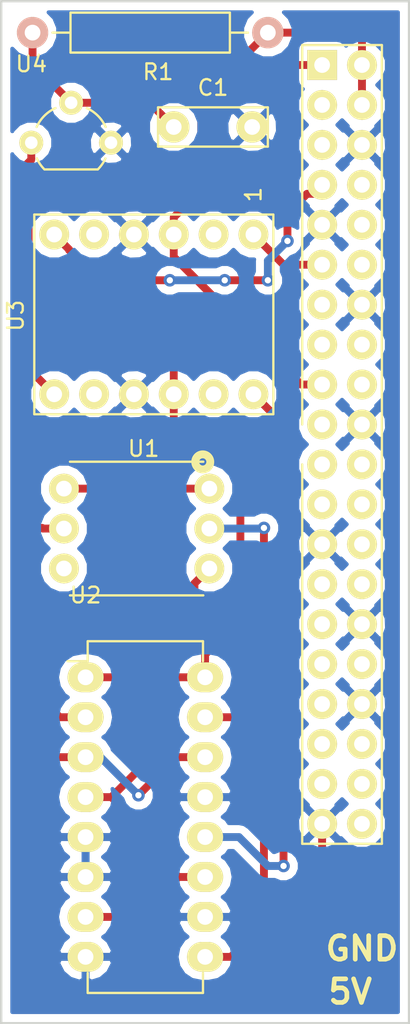
<source format=kicad_pcb>
(kicad_pcb (version 4) (host pcbnew 4.0.2-4+6225~38~ubuntu15.10.1-stable)

  (general
    (links 41)
    (no_connects 0)
    (area 240.924999 98.924999 267.075001 164.075001)
    (thickness 1.6)
    (drawings 6)
    (tracks 124)
    (zones 0)
    (modules 10)
    (nets 44)
  )

  (page A4)
  (layers
    (0 F.Cu signal)
    (31 B.Cu signal)
    (32 B.Adhes user)
    (33 F.Adhes user)
    (34 B.Paste user)
    (35 F.Paste user)
    (36 B.SilkS user)
    (37 F.SilkS user)
    (38 B.Mask user)
    (39 F.Mask user)
    (40 Dwgs.User user)
    (41 Cmts.User user)
    (42 Eco1.User user)
    (43 Eco2.User user)
    (44 Edge.Cuts user)
    (45 Margin user)
    (46 B.CrtYd user)
    (47 F.CrtYd user)
    (48 B.Fab user)
    (49 F.Fab user hide)
  )

  (setup
    (last_trace_width 0.5)
    (user_trace_width 0.2)
    (user_trace_width 0.3)
    (user_trace_width 0.5)
    (user_trace_width 0.8)
    (user_trace_width 1)
    (user_trace_width 1.5)
    (user_trace_width 2)
    (user_trace_width 3)
    (trace_clearance 0.2)
    (zone_clearance 0.508)
    (zone_45_only no)
    (trace_min 0.2)
    (segment_width 0.2)
    (edge_width 0.15)
    (via_size 0.8)
    (via_drill 0.4)
    (via_min_size 0.8)
    (via_min_drill 0.3)
    (uvia_size 0.8)
    (uvia_drill 0.4)
    (uvias_allowed no)
    (uvia_min_size 0.2)
    (uvia_min_drill 0.1)
    (pcb_text_width 0.3)
    (pcb_text_size 1.5 1.5)
    (mod_edge_width 0.15)
    (mod_text_size 1 1)
    (mod_text_width 0.15)
    (pad_size 1.524 1.524)
    (pad_drill 0.762)
    (pad_to_mask_clearance 0.2)
    (aux_axis_origin 0 0)
    (visible_elements FFFFFF7F)
    (pcbplotparams
      (layerselection 0x00030_80000001)
      (usegerberextensions false)
      (excludeedgelayer true)
      (linewidth 0.100000)
      (plotframeref false)
      (viasonmask false)
      (mode 1)
      (useauxorigin false)
      (hpglpennumber 1)
      (hpglpenspeed 20)
      (hpglpendiameter 15)
      (hpglpenoverlay 2)
      (psnegative false)
      (psa4output false)
      (plotreference true)
      (plotvalue true)
      (plotinvisibletext false)
      (padsonsilk false)
      (subtractmaskfromsilk false)
      (outputformat 1)
      (mirror false)
      (drillshape 1)
      (scaleselection 1)
      (outputdirectory ""))
  )

  (net 0 "")
  (net 1 "Net-(C1-Pad1)")
  (net 2 GND)
  (net 3 3v3)
  (net 4 5v)
  (net 5 "Net-(J1-Pad3)")
  (net 6 "Net-(J1-Pad5)")
  (net 7 /thermo_out_3v3)
  (net 8 "Net-(J1-Pad8)")
  (net 9 "Net-(J1-Pad10)")
  (net 10 /uti_out_3v3)
  (net 11 "Net-(J1-Pad12)")
  (net 12 "Net-(J1-Pad13)")
  (net 13 "Net-(J1-Pad15)")
  (net 14 "Net-(J1-Pad16)")
  (net 15 "Net-(J1-Pad18)")
  (net 16 "Net-(J1-Pad19)")
  (net 17 "Net-(J1-Pad21)")
  (net 18 "Net-(J1-Pad22)")
  (net 19 "Net-(J1-Pad23)")
  (net 20 "Net-(J1-Pad24)")
  (net 21 "Net-(J1-Pad26)")
  (net 22 "Net-(J1-Pad27)")
  (net 23 "Net-(J1-Pad28)")
  (net 24 "Net-(J1-Pad29)")
  (net 25 "Net-(J1-Pad31)")
  (net 26 "Net-(J1-Pad32)")
  (net 27 "Net-(J1-Pad33)")
  (net 28 "Net-(J1-Pad35)")
  (net 29 "Net-(J1-Pad36)")
  (net 30 "Net-(J1-Pad37)")
  (net 31 "Net-(J1-Pad38)")
  (net 32 "Net-(J1-Pad40)")
  (net 33 /-Vout_bridge)
  (net 34 /+Vs_bridge)
  (net 35 /+Vout_bridge)
  (net 36 "Net-(U1-Pad4)")
  (net 37 /gnd_bridge)
  (net 38 /uti_out_5v)
  (net 39 "Net-(U3-Pad2)")
  (net 40 "Net-(U3-Pad5)")
  (net 41 /thermo_out_5v)
  (net 42 "Net-(U3-Pad8)")
  (net 43 "Net-(U3-Pad11)")

  (net_class Default "This is the default net class."
    (clearance 0.2)
    (trace_width 0.2)
    (via_dia 0.8)
    (via_drill 0.4)
    (uvia_dia 0.8)
    (uvia_drill 0.4)
    (add_net /thermo_out_3v3)
    (add_net /thermo_out_5v)
    (add_net /uti_out_3v3)
    (add_net /uti_out_5v)
    (add_net "Net-(C1-Pad1)")
    (add_net "Net-(J1-Pad10)")
    (add_net "Net-(J1-Pad12)")
    (add_net "Net-(J1-Pad13)")
    (add_net "Net-(J1-Pad15)")
    (add_net "Net-(J1-Pad16)")
    (add_net "Net-(J1-Pad18)")
    (add_net "Net-(J1-Pad19)")
    (add_net "Net-(J1-Pad21)")
    (add_net "Net-(J1-Pad22)")
    (add_net "Net-(J1-Pad23)")
    (add_net "Net-(J1-Pad24)")
    (add_net "Net-(J1-Pad26)")
    (add_net "Net-(J1-Pad27)")
    (add_net "Net-(J1-Pad28)")
    (add_net "Net-(J1-Pad29)")
    (add_net "Net-(J1-Pad3)")
    (add_net "Net-(J1-Pad31)")
    (add_net "Net-(J1-Pad32)")
    (add_net "Net-(J1-Pad33)")
    (add_net "Net-(J1-Pad35)")
    (add_net "Net-(J1-Pad36)")
    (add_net "Net-(J1-Pad37)")
    (add_net "Net-(J1-Pad38)")
    (add_net "Net-(J1-Pad40)")
    (add_net "Net-(J1-Pad5)")
    (add_net "Net-(J1-Pad8)")
    (add_net "Net-(U1-Pad4)")
    (add_net "Net-(U3-Pad11)")
    (add_net "Net-(U3-Pad2)")
    (add_net "Net-(U3-Pad5)")
    (add_net "Net-(U3-Pad8)")
  )

  (net_class Power ""
    (clearance 0.2)
    (trace_width 0.5)
    (via_dia 0.8)
    (via_drill 0.4)
    (uvia_dia 0.8)
    (uvia_drill 0.4)
    (add_net /+Vout_bridge)
    (add_net /+Vs_bridge)
    (add_net /-Vout_bridge)
    (add_net /gnd_bridge)
    (add_net 3v3)
    (add_net 5v)
    (add_net GND)
  )

  (module Sensors:rectangular_capacitor_5mm_pitch (layer F.Cu) (tedit 57079DED) (tstamp 5707A1AB)
    (at 252 107)
    (descr "Film Capacitor Length 7mm x Width 2.5mm, Pitch 5mm")
    (tags Capacitor)
    (path /56F974CE)
    (fp_text reference C1 (at 2.5 -2.5) (layer F.SilkS)
      (effects (font (size 1 1) (thickness 0.15)))
    )
    (fp_text value 100nF (at 2.5 2.5) (layer F.Fab)
      (effects (font (size 1 1) (thickness 0.15)))
    )
    (fp_line (start -1.25 -1.5) (end 6.25 -1.5) (layer F.CrtYd) (width 0.05))
    (fp_line (start 6.25 -1.5) (end 6.25 1.5) (layer F.CrtYd) (width 0.05))
    (fp_line (start 6.25 1.5) (end -1.25 1.5) (layer F.CrtYd) (width 0.05))
    (fp_line (start -1.25 1.5) (end -1.25 -1.5) (layer F.CrtYd) (width 0.05))
    (fp_line (start -1 -1.25) (end 6 -1.25) (layer F.SilkS) (width 0.15))
    (fp_line (start 6 -1.25) (end 6 1.25) (layer F.SilkS) (width 0.15))
    (fp_line (start 6 1.25) (end -1 1.25) (layer F.SilkS) (width 0.15))
    (fp_line (start -1 1.25) (end -1 -1.25) (layer F.SilkS) (width 0.15))
    (pad 1 thru_hole circle (at 0 0) (size 2 2) (drill 1) (layers *.Cu *.Mask F.SilkS)
      (net 1 "Net-(C1-Pad1)"))
    (pad 2 thru_hole circle (at 5 0) (size 2 2) (drill 1) (layers *.Cu *.Mask F.SilkS)
      (net 2 GND))
  )

  (module agg:DIL-254P-40 (layer F.Cu) (tedit 56C3F8AB) (tstamp 5707A1E4)
    (at 262.73 127.19 270)
    (path /56F6F432)
    (fp_text reference J1 (at 0 -3.49 270) (layer F.Fab)
      (effects (font (size 1 1) (thickness 0.15)))
    )
    (fp_text value CONN_02x20 (at 0 3.49 270) (layer F.Fab)
      (effects (font (size 1 1) (thickness 0.15)))
    )
    (fp_line (start -25.4 -2.54) (end 25.4 -2.54) (layer F.Fab) (width 0.01))
    (fp_line (start 25.4 -2.54) (end 25.4 2.54) (layer F.Fab) (width 0.01))
    (fp_line (start 25.4 2.54) (end -25.4 2.54) (layer F.Fab) (width 0.01))
    (fp_line (start -25.4 2.54) (end -25.4 -2.54) (layer F.Fab) (width 0.01))
    (fp_line (start -25.4 -2.54) (end 25.4 -2.54) (layer F.SilkS) (width 0.15))
    (fp_line (start 25.4 -2.54) (end 25.4 2.54) (layer F.SilkS) (width 0.15))
    (fp_line (start 25.4 2.54) (end 1.27 2.54) (layer F.SilkS) (width 0.15))
    (fp_line (start -1.27 2.54) (end -25.4 2.54) (layer F.SilkS) (width 0.15))
    (fp_line (start -25.4 2.54) (end -25.4 -2.54) (layer F.SilkS) (width 0.15))
    (fp_line (start -25.65 -2.8) (end 25.65 -2.8) (layer F.CrtYd) (width 0.01))
    (fp_line (start 25.65 -2.8) (end 25.65 2.8) (layer F.CrtYd) (width 0.01))
    (fp_line (start 25.65 2.8) (end -25.65 2.8) (layer F.CrtYd) (width 0.01))
    (fp_line (start -25.65 2.8) (end -25.65 -2.8) (layer F.CrtYd) (width 0.01))
    (pad 1 thru_hole rect (at -24.13 1.27 270) (size 1.9 1.9) (drill 1) (layers *.Cu *.Mask F.SilkS)
      (net 3 3v3))
    (pad 2 thru_hole circle (at -24.13 -1.27 270) (size 1.9 1.9) (drill 1) (layers *.Cu *.Mask F.SilkS)
      (net 4 5v))
    (pad 3 thru_hole circle (at -21.59 1.27 270) (size 1.9 1.9) (drill 1) (layers *.Cu *.Mask F.SilkS)
      (net 5 "Net-(J1-Pad3)"))
    (pad 4 thru_hole circle (at -21.59 -1.27 270) (size 1.9 1.9) (drill 1) (layers *.Cu *.Mask F.SilkS)
      (net 4 5v))
    (pad 5 thru_hole circle (at -19.05 1.27 270) (size 1.9 1.9) (drill 1) (layers *.Cu *.Mask F.SilkS)
      (net 6 "Net-(J1-Pad5)"))
    (pad 6 thru_hole circle (at -19.05 -1.27 270) (size 1.9 1.9) (drill 1) (layers *.Cu *.Mask F.SilkS)
      (net 2 GND))
    (pad 7 thru_hole circle (at -16.51 1.27 270) (size 1.9 1.9) (drill 1) (layers *.Cu *.Mask F.SilkS)
      (net 7 /thermo_out_3v3))
    (pad 8 thru_hole circle (at -16.51 -1.27 270) (size 1.9 1.9) (drill 1) (layers *.Cu *.Mask F.SilkS)
      (net 8 "Net-(J1-Pad8)"))
    (pad 9 thru_hole circle (at -13.97 1.27 270) (size 1.9 1.9) (drill 1) (layers *.Cu *.Mask F.SilkS)
      (net 2 GND))
    (pad 10 thru_hole circle (at -13.97 -1.27 270) (size 1.9 1.9) (drill 1) (layers *.Cu *.Mask F.SilkS)
      (net 9 "Net-(J1-Pad10)"))
    (pad 11 thru_hole circle (at -11.43 1.27 270) (size 1.9 1.9) (drill 1) (layers *.Cu *.Mask F.SilkS)
      (net 10 /uti_out_3v3))
    (pad 12 thru_hole circle (at -11.43 -1.27 270) (size 1.9 1.9) (drill 1) (layers *.Cu *.Mask F.SilkS)
      (net 11 "Net-(J1-Pad12)"))
    (pad 13 thru_hole circle (at -8.89 1.27 270) (size 1.9 1.9) (drill 1) (layers *.Cu *.Mask F.SilkS)
      (net 12 "Net-(J1-Pad13)"))
    (pad 14 thru_hole circle (at -8.89 -1.27 270) (size 1.9 1.9) (drill 1) (layers *.Cu *.Mask F.SilkS)
      (net 2 GND))
    (pad 15 thru_hole circle (at -6.35 1.27 270) (size 1.9 1.9) (drill 1) (layers *.Cu *.Mask F.SilkS)
      (net 13 "Net-(J1-Pad15)"))
    (pad 16 thru_hole circle (at -6.35 -1.27 270) (size 1.9 1.9) (drill 1) (layers *.Cu *.Mask F.SilkS)
      (net 14 "Net-(J1-Pad16)"))
    (pad 17 thru_hole circle (at -3.81 1.27 270) (size 1.9 1.9) (drill 1) (layers *.Cu *.Mask F.SilkS)
      (net 3 3v3))
    (pad 18 thru_hole circle (at -3.81 -1.27 270) (size 1.9 1.9) (drill 1) (layers *.Cu *.Mask F.SilkS)
      (net 15 "Net-(J1-Pad18)"))
    (pad 19 thru_hole circle (at -1.27 1.27 270) (size 1.9 1.9) (drill 1) (layers *.Cu *.Mask F.SilkS)
      (net 16 "Net-(J1-Pad19)"))
    (pad 20 thru_hole circle (at -1.27 -1.27 270) (size 1.9 1.9) (drill 1) (layers *.Cu *.Mask F.SilkS)
      (net 2 GND))
    (pad 21 thru_hole circle (at 1.27 1.27 270) (size 1.9 1.9) (drill 1) (layers *.Cu *.Mask F.SilkS)
      (net 17 "Net-(J1-Pad21)"))
    (pad 22 thru_hole circle (at 1.27 -1.27 270) (size 1.9 1.9) (drill 1) (layers *.Cu *.Mask F.SilkS)
      (net 18 "Net-(J1-Pad22)"))
    (pad 23 thru_hole circle (at 3.81 1.27 270) (size 1.9 1.9) (drill 1) (layers *.Cu *.Mask F.SilkS)
      (net 19 "Net-(J1-Pad23)"))
    (pad 24 thru_hole circle (at 3.81 -1.27 270) (size 1.9 1.9) (drill 1) (layers *.Cu *.Mask F.SilkS)
      (net 20 "Net-(J1-Pad24)"))
    (pad 25 thru_hole circle (at 6.35 1.27 270) (size 1.9 1.9) (drill 1) (layers *.Cu *.Mask F.SilkS)
      (net 2 GND))
    (pad 26 thru_hole circle (at 6.35 -1.27 270) (size 1.9 1.9) (drill 1) (layers *.Cu *.Mask F.SilkS)
      (net 21 "Net-(J1-Pad26)"))
    (pad 27 thru_hole circle (at 8.89 1.27 270) (size 1.9 1.9) (drill 1) (layers *.Cu *.Mask F.SilkS)
      (net 22 "Net-(J1-Pad27)"))
    (pad 28 thru_hole circle (at 8.89 -1.27 270) (size 1.9 1.9) (drill 1) (layers *.Cu *.Mask F.SilkS)
      (net 23 "Net-(J1-Pad28)"))
    (pad 29 thru_hole circle (at 11.43 1.27 270) (size 1.9 1.9) (drill 1) (layers *.Cu *.Mask F.SilkS)
      (net 24 "Net-(J1-Pad29)"))
    (pad 30 thru_hole circle (at 11.43 -1.27 270) (size 1.9 1.9) (drill 1) (layers *.Cu *.Mask F.SilkS)
      (net 2 GND))
    (pad 31 thru_hole circle (at 13.97 1.27 270) (size 1.9 1.9) (drill 1) (layers *.Cu *.Mask F.SilkS)
      (net 25 "Net-(J1-Pad31)"))
    (pad 32 thru_hole circle (at 13.97 -1.27 270) (size 1.9 1.9) (drill 1) (layers *.Cu *.Mask F.SilkS)
      (net 26 "Net-(J1-Pad32)"))
    (pad 33 thru_hole circle (at 16.51 1.27 270) (size 1.9 1.9) (drill 1) (layers *.Cu *.Mask F.SilkS)
      (net 27 "Net-(J1-Pad33)"))
    (pad 34 thru_hole circle (at 16.51 -1.27 270) (size 1.9 1.9) (drill 1) (layers *.Cu *.Mask F.SilkS)
      (net 2 GND))
    (pad 35 thru_hole circle (at 19.05 1.27 270) (size 1.9 1.9) (drill 1) (layers *.Cu *.Mask F.SilkS)
      (net 28 "Net-(J1-Pad35)"))
    (pad 36 thru_hole circle (at 19.05 -1.27 270) (size 1.9 1.9) (drill 1) (layers *.Cu *.Mask F.SilkS)
      (net 29 "Net-(J1-Pad36)"))
    (pad 37 thru_hole circle (at 21.59 1.27 270) (size 1.9 1.9) (drill 1) (layers *.Cu *.Mask F.SilkS)
      (net 30 "Net-(J1-Pad37)"))
    (pad 38 thru_hole circle (at 21.59 -1.27 270) (size 1.9 1.9) (drill 1) (layers *.Cu *.Mask F.SilkS)
      (net 31 "Net-(J1-Pad38)"))
    (pad 39 thru_hole circle (at 24.13 1.27 270) (size 1.9 1.9) (drill 1) (layers *.Cu *.Mask F.SilkS)
      (net 2 GND))
    (pad 40 thru_hole circle (at 24.13 -1.27 270) (size 1.9 1.9) (drill 1) (layers *.Cu *.Mask F.SilkS)
      (net 32 "Net-(J1-Pad40)"))
  )

  (module Resistors_ThroughHole:Resistor_Horizontal_RM15mm (layer F.Cu) (tedit 569FCEE8) (tstamp 5707A1F4)
    (at 243 101)
    (descr "Resistor, Axial, RM 15mm,")
    (tags "Resistor Axial RM 15mm")
    (path /56F97419)
    (fp_text reference R1 (at 8 2.5) (layer F.SilkS)
      (effects (font (size 1 1) (thickness 0.15)))
    )
    (fp_text value 220 (at 7.5 4.0005) (layer F.Fab)
      (effects (font (size 1 1) (thickness 0.15)))
    )
    (fp_line (start -1.25 1.5) (end -1.25 -1.5) (layer F.CrtYd) (width 0.05))
    (fp_line (start -1.25 -1.5) (end 16.25 -1.5) (layer F.CrtYd) (width 0.05))
    (fp_line (start 16.25 -1.5) (end 16.25 1.5) (layer F.CrtYd) (width 0.05))
    (fp_line (start 16.25 1.5) (end -1.25 1.5) (layer F.CrtYd) (width 0.05))
    (fp_line (start 2.42 -1.27) (end 2.42 1.27) (layer F.SilkS) (width 0.15))
    (fp_line (start 2.42 1.27) (end 12.58 1.27) (layer F.SilkS) (width 0.15))
    (fp_line (start 12.58 1.27) (end 12.58 -1.27) (layer F.SilkS) (width 0.15))
    (fp_line (start 12.58 -1.27) (end 2.42 -1.27) (layer F.SilkS) (width 0.15))
    (fp_line (start 13.73 0) (end 12.58 0) (layer F.SilkS) (width 0.15))
    (fp_line (start 1.27 0) (end 2.42 0) (layer F.SilkS) (width 0.15))
    (pad 1 thru_hole circle (at 0 0) (size 1.99898 1.99898) (drill 1.00076) (layers *.Cu *.SilkS *.Mask)
      (net 1 "Net-(C1-Pad1)"))
    (pad 2 thru_hole circle (at 15 0) (size 1.99898 1.99898) (drill 1.00076) (layers *.Cu *.SilkS *.Mask)
      (net 4 5v))
    (model Resistors_ThroughHole.3dshapes/Resistor_Horizontal_RM15mm.wrl
      (at (xyz 0.295 0 0))
      (scale (xyz 0.395 0.4 0.4))
      (rotate (xyz 0 0 0))
    )
  )

  (module Sensors:MSP40_GDF (layer F.Cu) (tedit 56FC47D1) (tstamp 5707A21E)
    (at 245 130)
    (path /56F6F3A1)
    (fp_text reference U1 (at 5.08 -2.54) (layer F.SilkS)
      (effects (font (size 1 1) (thickness 0.15)))
    )
    (fp_text value MSP40_GDF (at 5.08 7.62) (layer F.Fab)
      (effects (font (size 1 1) (thickness 0.15)))
    )
    (fp_circle (center 8.85 -1.7) (end 9.075 -1.65) (layer F.SilkS) (width 0.5))
    (fp_line (start 0.385 -1.71) (end 8.885 -1.71) (layer F.SilkS) (width 0.15))
    (fp_line (start 0.385 6.79) (end 0.385 -1.71) (layer F.Fab) (width 0.15))
    (fp_line (start 8.885 6.79) (end 8.885 -1.71) (layer F.Fab) (width 0.15))
    (fp_line (start 0.385 6.79) (end 8.885 6.79) (layer F.SilkS) (width 0.15))
    (pad 1 thru_hole circle (at 9.27 0) (size 1.9 1.9) (drill 1) (layers *.Cu *.Mask F.SilkS)
      (net 33 /-Vout_bridge))
    (pad 2 thru_hole circle (at 9.27 2.54) (size 1.9 1.9) (drill 1) (layers *.Cu *.Mask F.SilkS)
      (net 34 /+Vs_bridge))
    (pad 3 thru_hole circle (at 9.27 5.08) (size 1.9 1.9) (drill 1) (layers *.Cu *.Mask F.SilkS)
      (net 35 /+Vout_bridge))
    (pad 4 thru_hole circle (at 0 5.08) (size 1.9 1.9) (drill 1) (layers *.Cu *.Mask F.SilkS)
      (net 36 "Net-(U1-Pad4)"))
    (pad 5 thru_hole circle (at 0 2.54) (size 1.9 1.9) (drill 1) (layers *.Cu *.Mask F.SilkS)
      (net 37 /gnd_bridge))
    (pad 6 thru_hole circle (at 0 0) (size 1.9 1.9) (drill 1) (layers *.Cu *.Mask F.SilkS)
      (net 33 /-Vout_bridge))
  )

  (module Sensors:DIP-16_W7.62mm_LongPads (layer F.Cu) (tedit 56FC4C6B) (tstamp 5707A23D)
    (at 246.38 142)
    (descr "16-lead dip package, row spacing 7.62 mm (300 mils), longer pads")
    (tags "dil dip 2.54 300")
    (path /56F70350)
    (fp_text reference U2 (at 0 -5.22) (layer F.SilkS)
      (effects (font (size 1 1) (thickness 0.15)))
    )
    (fp_text value smartec_UTI (at 0 -3.72) (layer F.Fab)
      (effects (font (size 1 1) (thickness 0.15)))
    )
    (fp_line (start -1.4 -2.45) (end -1.4 20.25) (layer F.CrtYd) (width 0.05))
    (fp_line (start 9 -2.45) (end 9 20.25) (layer F.CrtYd) (width 0.05))
    (fp_line (start -1.4 -2.45) (end 9 -2.45) (layer F.CrtYd) (width 0.05))
    (fp_line (start -1.4 20.25) (end 9 20.25) (layer F.CrtYd) (width 0.05))
    (fp_line (start 0.135 -2.295) (end 0.135 -1.025) (layer F.SilkS) (width 0.15))
    (fp_line (start 7.485 -2.295) (end 7.485 -1.025) (layer F.SilkS) (width 0.15))
    (fp_line (start 7.485 20.075) (end 7.485 18.805) (layer F.SilkS) (width 0.15))
    (fp_line (start 0.135 20.075) (end 0.135 18.805) (layer F.SilkS) (width 0.15))
    (fp_line (start 0.135 -2.295) (end 7.485 -2.295) (layer F.SilkS) (width 0.15))
    (fp_line (start 0.135 20.075) (end 7.485 20.075) (layer F.SilkS) (width 0.15))
    (fp_line (start 0.135 -1.025) (end -1.15 -1.025) (layer F.SilkS) (width 0.15))
    (pad 1 thru_hole oval (at 0 0) (size 2.3 1.9) (drill 1) (layers *.Cu *.Mask F.SilkS)
      (net 35 /+Vout_bridge))
    (pad 2 thru_hole oval (at 0 2.54) (size 2.3 1.9) (drill 1) (layers *.Cu *.Mask F.SilkS)
      (net 33 /-Vout_bridge))
    (pad 3 thru_hole oval (at 0 5.08) (size 2.3 1.9) (drill 1) (layers *.Cu *.Mask F.SilkS)
      (net 37 /gnd_bridge))
    (pad 4 thru_hole oval (at 0 7.62) (size 2.3 1.9) (drill 1) (layers *.Cu *.Mask F.SilkS)
      (net 4 5v))
    (pad 5 thru_hole oval (at 0 10.16) (size 2.3 1.9) (drill 1) (layers *.Cu *.Mask F.SilkS)
      (net 2 GND))
    (pad 6 thru_hole oval (at 0 12.7) (size 2.3 1.9) (drill 1) (layers *.Cu *.Mask F.SilkS)
      (net 2 GND))
    (pad 7 thru_hole oval (at 0 15.24) (size 2.3 1.9) (drill 1) (layers *.Cu *.Mask F.SilkS)
      (net 4 5v))
    (pad 8 thru_hole oval (at 0 17.78) (size 2.3 1.9) (drill 1) (layers *.Cu *.Mask F.SilkS)
      (net 2 GND))
    (pad 9 thru_hole oval (at 7.62 17.78) (size 2.3 1.9) (drill 1) (layers *.Cu *.Mask F.SilkS)
      (net 34 /+Vs_bridge))
    (pad 10 thru_hole oval (at 7.62 15.24) (size 2.3 1.9) (drill 1) (layers *.Cu *.Mask F.SilkS)
      (net 2 GND))
    (pad 11 thru_hole oval (at 7.62 12.7) (size 2.3 1.9) (drill 1) (layers *.Cu *.Mask F.SilkS)
      (net 4 5v))
    (pad 12 thru_hole oval (at 7.62 10.16) (size 2.3 1.9) (drill 1) (layers *.Cu *.Mask F.SilkS)
      (net 38 /uti_out_5v))
    (pad 13 thru_hole oval (at 7.62 7.62) (size 2.3 1.9) (drill 1) (layers *.Cu *.Mask F.SilkS)
      (net 2 GND))
    (pad 14 thru_hole oval (at 7.62 5.08) (size 2.3 1.9) (drill 1) (layers *.Cu *.Mask F.SilkS)
      (net 37 /gnd_bridge))
    (pad 15 thru_hole oval (at 7.62 2.54) (size 2.3 1.9) (drill 1) (layers *.Cu *.Mask F.SilkS)
      (net 34 /+Vs_bridge))
    (pad 16 thru_hole oval (at 7.62 0) (size 2.3 1.9) (drill 1) (layers *.Cu *.Mask F.SilkS)
      (net 4 5v))
    (model Housings_DIP.3dshapes/DIP-16_W7.62mm_LongPads.wrl
      (at (xyz 0 0 0))
      (scale (xyz 1 1 1))
      (rotate (xyz 0 0 0))
    )
  )

  (module Sensors:Level_converter (layer F.Cu) (tedit 56FC4AD0) (tstamp 5707A252)
    (at 257.08 113.84 270)
    (path /56FC3C9A)
    (fp_text reference U3 (at 5.16 15.16 450) (layer F.SilkS)
      (effects (font (size 1 1) (thickness 0.15)))
    )
    (fp_text value level_converter (at 5.08 14.859 270) (layer F.Fab)
      (effects (font (size 1 1) (thickness 0.15)))
    )
    (fp_text user 1 (at -2.54 0 270) (layer F.SilkS)
      (effects (font (size 1 1) (thickness 0.15)))
    )
    (fp_line (start 11.43 -1.27) (end -1.27 -1.27) (layer F.SilkS) (width 0.15))
    (fp_line (start 11.43 13.97) (end 11.43 -1.27) (layer F.SilkS) (width 0.15))
    (fp_line (start -1.27 13.97) (end 11.43 13.97) (layer F.SilkS) (width 0.15))
    (fp_line (start -1.27 -1.27) (end -1.27 13.97) (layer F.SilkS) (width 0.15))
    (pad 1 thru_hole circle (at 0 0 270) (size 1.9 1.9) (drill 1) (layers *.Cu *.Mask F.SilkS)
      (net 10 /uti_out_3v3))
    (pad 2 thru_hole circle (at 0 2.54 270) (size 1.9 1.9) (drill 1) (layers *.Cu *.Mask F.SilkS)
      (net 39 "Net-(U3-Pad2)"))
    (pad 3 thru_hole circle (at 0 5.08 270) (size 1.9 1.9) (drill 1) (layers *.Cu *.Mask F.SilkS)
      (net 3 3v3))
    (pad 4 thru_hole circle (at 0 7.62 270) (size 1.9 1.9) (drill 1) (layers *.Cu *.Mask F.SilkS)
      (net 2 GND))
    (pad 5 thru_hole circle (at 0 10.16 270) (size 1.9 1.9) (drill 1) (layers *.Cu *.Mask F.SilkS)
      (net 40 "Net-(U3-Pad5)"))
    (pad 6 thru_hole circle (at 0 12.7 270) (size 1.9 1.9) (drill 1) (layers *.Cu *.Mask F.SilkS)
      (net 7 /thermo_out_3v3))
    (pad 7 thru_hole circle (at 10.16 12.7 270) (size 1.9 1.9) (drill 1) (layers *.Cu *.Mask F.SilkS)
      (net 41 /thermo_out_5v))
    (pad 8 thru_hole circle (at 10.16 10.16 270) (size 1.9 1.9) (drill 1) (layers *.Cu *.Mask F.SilkS)
      (net 42 "Net-(U3-Pad8)"))
    (pad 9 thru_hole circle (at 10.16 7.62 270) (size 1.9 1.9) (drill 1) (layers *.Cu *.Mask F.SilkS)
      (net 2 GND))
    (pad 10 thru_hole circle (at 10.16 5.08 270) (size 1.9 1.9) (drill 1) (layers *.Cu *.Mask F.SilkS)
      (net 4 5v))
    (pad 11 thru_hole circle (at 10.16 2.54 270) (size 1.9 1.9) (drill 1) (layers *.Cu *.Mask F.SilkS)
      (net 43 "Net-(U3-Pad11)"))
    (pad 12 thru_hole circle (at 10.16 0 270) (size 1.9 1.9) (drill 1) (layers *.Cu *.Mask F.SilkS)
      (net 38 /uti_out_5v))
  )

  (module TO_SOT_Packages_THT:TO-92_Molded_Wide (layer F.Cu) (tedit 54F243CD) (tstamp 5707A262)
    (at 242.92 108)
    (descr "TO-92 leads molded, wide, drill 0.8mm (see NXP sot054_po.pdf)")
    (tags "to-92 sc-43 sc-43a sot54 PA33 transistor")
    (path /56F705BB)
    (fp_text reference U4 (at 0 -5 180) (layer F.SilkS)
      (effects (font (size 1 1) (thickness 0.15)))
    )
    (fp_text value SMT16030 (at 0 3) (layer F.Fab)
      (effects (font (size 1 1) (thickness 0.15)))
    )
    (fp_arc (start 2.54 0) (end 0.34 -1) (angle 41.11209044) (layer F.SilkS) (width 0.15))
    (fp_arc (start 2.54 0) (end 4.74 -1) (angle -41.11210221) (layer F.SilkS) (width 0.15))
    (fp_arc (start 2.54 0) (end 0.84 1.7) (angle 20.5) (layer F.SilkS) (width 0.15))
    (fp_arc (start 2.54 0) (end 4.24 1.7) (angle -20.5) (layer F.SilkS) (width 0.15))
    (fp_line (start -1 1.95) (end -1 -3.55) (layer F.CrtYd) (width 0.05))
    (fp_line (start -1 1.95) (end 6.1 1.95) (layer F.CrtYd) (width 0.05))
    (fp_line (start 0.84 1.7) (end 4.24 1.7) (layer F.SilkS) (width 0.15))
    (fp_line (start -1 -3.55) (end 6.1 -3.55) (layer F.CrtYd) (width 0.05))
    (fp_line (start 6.1 1.95) (end 6.1 -3.55) (layer F.CrtYd) (width 0.05))
    (pad 2 thru_hole circle (at 2.54 -2.54 90) (size 1.524 1.524) (drill 0.8) (layers *.Cu *.Mask F.SilkS)
      (net 1 "Net-(C1-Pad1)"))
    (pad 3 thru_hole circle (at 5.08 0 90) (size 1.524 1.524) (drill 0.8) (layers *.Cu *.Mask F.SilkS)
      (net 2 GND))
    (pad 1 thru_hole circle (at 0 0 90) (size 1.524 1.524) (drill 0.8) (layers *.Cu *.Mask F.SilkS)
      (net 41 /thermo_out_5v))
    (model TO_SOT_Packages_THT.3dshapes/TO-92_Molded_Wide.wrl
      (at (xyz 0.1 0 0))
      (scale (xyz 1 1 1))
      (rotate (xyz 0 0 -90))
    )
  )

  (module Sensors:TESTPAD_3mm (layer F.Cu) (tedit 5707BCF1) (tstamp 57080089)
    (at 254.5 110.5)
    (path /56F6F5B5)
    (fp_text reference TP1 (at 0 -2.54) (layer F.Fab) hide
      (effects (font (size 1 1) (thickness 0.15)))
    )
    (fp_text value TESTPAD (at 0 2.54) (layer F.Fab) hide
      (effects (font (size 1 1) (thickness 0.15)))
    )
    (fp_line (start -0.75 0.75) (end 0.75 0.75) (layer F.CrtYd) (width 0.01))
    (fp_line (start -0.75 -0.75) (end -0.75 0.75) (layer F.CrtYd) (width 0.01))
    (fp_line (start 0.75 -0.75) (end -0.75 -0.75) (layer F.CrtYd) (width 0.01))
    (fp_line (start 0.75 0.75) (end 0.75 -0.75) (layer F.CrtYd) (width 0.01))
    (pad 1 smd circle (at 0 0) (size 3 3) (layers F.Cu F.Mask)
      (net 3 3v3))
  )

  (module Sensors:TESTPAD_3mm (layer F.Cu) (tedit 5707BCF1) (tstamp 57080091)
    (at 260 160.75)
    (path /56F6FD17)
    (fp_text reference TP2 (at 0 -2.54) (layer F.Fab) hide
      (effects (font (size 1 1) (thickness 0.15)))
    )
    (fp_text value TESTPAD (at 0 2.54) (layer F.Fab) hide
      (effects (font (size 1 1) (thickness 0.15)))
    )
    (fp_line (start -0.75 0.75) (end 0.75 0.75) (layer F.CrtYd) (width 0.01))
    (fp_line (start -0.75 -0.75) (end -0.75 0.75) (layer F.CrtYd) (width 0.01))
    (fp_line (start 0.75 -0.75) (end -0.75 -0.75) (layer F.CrtYd) (width 0.01))
    (fp_line (start 0.75 0.75) (end 0.75 -0.75) (layer F.CrtYd) (width 0.01))
    (pad 1 smd circle (at 0 0) (size 3 3) (layers F.Cu F.Mask)
      (net 4 5v))
  )

  (module Sensors:TESTPAD_3mm (layer F.Cu) (tedit 5707BCF1) (tstamp 57080099)
    (at 263.75 156.25)
    (path /56F6FDB5)
    (fp_text reference TP3 (at 0 -2.54) (layer F.Fab) hide
      (effects (font (size 1 1) (thickness 0.15)))
    )
    (fp_text value TESTPAD (at 0 2.54) (layer F.Fab) hide
      (effects (font (size 1 1) (thickness 0.15)))
    )
    (fp_line (start -0.75 0.75) (end 0.75 0.75) (layer F.CrtYd) (width 0.01))
    (fp_line (start -0.75 -0.75) (end -0.75 0.75) (layer F.CrtYd) (width 0.01))
    (fp_line (start 0.75 -0.75) (end -0.75 -0.75) (layer F.CrtYd) (width 0.01))
    (fp_line (start 0.75 0.75) (end 0.75 -0.75) (layer F.CrtYd) (width 0.01))
    (pad 1 smd circle (at 0 0) (size 3 3) (layers F.Cu F.Mask)
      (net 2 GND))
  )

  (gr_text GND (at 264 159.25) (layer F.SilkS)
    (effects (font (size 1.5 1.5) (thickness 0.3)))
  )
  (gr_text 5V (at 263.25 162) (layer F.SilkS)
    (effects (font (size 1.5 1.5) (thickness 0.3)))
  )
  (gr_line (start 241 99) (end 267 99) (layer Edge.Cuts) (width 0.15))
  (gr_line (start 241 164) (end 241 99) (layer Edge.Cuts) (width 0.15))
  (gr_line (start 267 164) (end 241 164) (layer Edge.Cuts) (width 0.15))
  (gr_line (start 267 99) (end 267 164) (layer Edge.Cuts) (width 0.15))

  (segment (start 245.46 105.46) (end 250.46 105.46) (width 0.5) (layer F.Cu) (net 1))
  (segment (start 250.46 105.46) (end 252 107) (width 0.5) (layer F.Cu) (net 1))
  (segment (start 245.46 105.46) (end 243 103) (width 0.5) (layer F.Cu) (net 1))
  (segment (start 243 103) (end 243 101) (width 0.5) (layer F.Cu) (net 1))
  (segment (start 261.46 151.32) (end 261.46 153.96) (width 0.5) (layer F.Cu) (net 2))
  (segment (start 261.46 153.96) (end 263.75 156.25) (width 0.5) (layer F.Cu) (net 2))
  (segment (start 262.73 155.23) (end 263.75 156.25) (width 0.5) (layer F.Cu) (net 2))
  (segment (start 254.87868 110) (end 254.75 110) (width 0.5) (layer F.Cu) (net 3))
  (segment (start 252 113.84) (end 252 112.75) (width 0.5) (layer F.Cu) (net 3))
  (segment (start 257.69 103.06) (end 259.31 103.06) (width 0.5) (layer F.Cu) (net 3))
  (segment (start 252 112.75) (end 254.75 110) (width 0.5) (layer F.Cu) (net 3))
  (segment (start 254.75 110) (end 254.75 106) (width 0.5) (layer F.Cu) (net 3))
  (segment (start 254.75 106) (end 257.69 103.06) (width 0.5) (layer F.Cu) (net 3))
  (segment (start 259.31 103.06) (end 261.46 103.06) (width 0.5) (layer F.Cu) (net 3))
  (segment (start 252 113.84) (end 252 115.263502) (width 0.5) (layer F.Cu) (net 3))
  (segment (start 252 115.263502) (end 260.116498 123.38) (width 0.5) (layer F.Cu) (net 3))
  (segment (start 261.46 123.38) (end 260.116498 123.38) (width 0.5) (layer F.Cu) (net 3))
  (segment (start 260 160.75) (end 257.87868 160.75) (width 0.5) (layer F.Cu) (net 4))
  (segment (start 257.87868 160.75) (end 256.62868 162) (width 0.5) (layer F.Cu) (net 4))
  (segment (start 256.62868 162) (end 252 162) (width 0.5) (layer F.Cu) (net 4))
  (segment (start 252 162) (end 249.76 159.76) (width 0.5) (layer F.Cu) (net 4))
  (segment (start 249.76 159.76) (end 249.76 157.24) (width 0.5) (layer F.Cu) (net 4))
  (segment (start 252 126.75) (end 252 124) (width 0.5) (layer F.Cu) (net 4))
  (segment (start 252.75 127.5) (end 252 126.75) (width 0.5) (layer F.Cu) (net 4))
  (segment (start 255 127.5) (end 252.75 127.5) (width 0.5) (layer F.Cu) (net 4))
  (segment (start 256.25 128.75) (end 255 127.5) (width 0.5) (layer F.Cu) (net 4))
  (segment (start 256.25 138.3) (end 256.25 128.75) (width 0.5) (layer F.Cu) (net 4))
  (segment (start 254 142) (end 254 140.55) (width 0.5) (layer F.Cu) (net 4))
  (segment (start 254 140.55) (end 256.25 138.3) (width 0.5) (layer F.Cu) (net 4))
  (segment (start 258 101) (end 253.75 105.25) (width 0.5) (layer F.Cu) (net 4))
  (segment (start 253.75 105.25) (end 253.75 107.75) (width 0.5) (layer F.Cu) (net 4))
  (segment (start 253.75 107.75) (end 250.25 111.25) (width 0.5) (layer F.Cu) (net 4))
  (segment (start 242.75 112.25) (end 242.75 114.75) (width 0.5) (layer F.Cu) (net 4))
  (segment (start 250.25 111.25) (end 243.75 111.25) (width 0.5) (layer F.Cu) (net 4))
  (segment (start 243.75 111.25) (end 242.75 112.25) (width 0.5) (layer F.Cu) (net 4))
  (segment (start 250 120) (end 252 122) (width 0.5) (layer F.Cu) (net 4))
  (segment (start 242.75 114.75) (end 248 120) (width 0.5) (layer F.Cu) (net 4))
  (segment (start 248 120) (end 250 120) (width 0.5) (layer F.Cu) (net 4))
  (segment (start 264 105.6) (end 264 103.06) (width 0.5) (layer F.Cu) (net 4))
  (segment (start 258 101) (end 263.5 101) (width 0.5) (layer F.Cu) (net 4))
  (segment (start 263.5 101) (end 264 101.5) (width 0.5) (layer F.Cu) (net 4))
  (segment (start 264 101.5) (end 264 103.06) (width 0.5) (layer F.Cu) (net 4))
  (segment (start 252 124) (end 252 122) (width 0.5) (layer F.Cu) (net 4))
  (segment (start 254 154.7) (end 254.2 154.7) (width 0.5) (layer F.Cu) (net 4))
  (segment (start 254.2 154.7) (end 254.25 154.75) (width 0.5) (layer F.Cu) (net 4))
  (segment (start 246.38 157.24) (end 249.76 157.24) (width 0.5) (layer F.Cu) (net 4))
  (segment (start 249.76 157.24) (end 252.3 154.7) (width 0.5) (layer F.Cu) (net 4))
  (segment (start 249.75 152.15) (end 249.75 151.34) (width 0.5) (layer F.Cu) (net 4))
  (segment (start 249.75 151.34) (end 248.03 149.62) (width 0.5) (layer F.Cu) (net 4))
  (segment (start 252.3 154.7) (end 249.75 152.15) (width 0.5) (layer F.Cu) (net 4))
  (segment (start 254 154.7) (end 252.3 154.7) (width 0.5) (layer F.Cu) (net 4))
  (segment (start 246.38 149.62) (end 248.03 149.62) (width 0.5) (layer F.Cu) (net 4))
  (segment (start 250.5 143) (end 251.5 142) (width 0.5) (layer F.Cu) (net 4))
  (segment (start 248.03 149.62) (end 250.5 147.15) (width 0.5) (layer F.Cu) (net 4))
  (segment (start 250.5 147.15) (end 250.5 143) (width 0.5) (layer F.Cu) (net 4))
  (segment (start 251.5 142) (end 254 142) (width 0.5) (layer F.Cu) (net 4))
  (segment (start 261.46 110.68) (end 260.89 111.25) (width 0.5) (layer F.Cu) (net 7))
  (segment (start 260.5 111.25) (end 259.25 112.5) (width 0.5) (layer F.Cu) (net 7))
  (segment (start 260.89 111.25) (end 260.5 111.25) (width 0.5) (layer F.Cu) (net 7))
  (segment (start 259.25 112.5) (end 259.25 114.25) (width 0.5) (layer F.Cu) (net 7))
  (segment (start 258 116.75) (end 258 115.5) (width 0.5) (layer B.Cu) (net 7))
  (segment (start 258 115.5) (end 259.25 114.25) (width 0.5) (layer B.Cu) (net 7))
  (via (at 259.25 114.25) (size 0.8) (drill 0.4) (layers F.Cu B.Cu) (net 7))
  (via (at 258 116.75) (size 0.8) (drill 0.4) (layers F.Cu B.Cu) (net 7))
  (segment (start 255.25 116.75) (end 258 116.75) (width 0.5) (layer F.Cu) (net 7))
  (segment (start 251.75 116.75) (end 255.25 116.75) (width 0.5) (layer B.Cu) (net 7))
  (via (at 255.25 116.75) (size 0.8) (drill 0.4) (layers F.Cu B.Cu) (net 7))
  (segment (start 247.25 116.75) (end 251.75 116.75) (width 0.5) (layer F.Cu) (net 7))
  (via (at 251.75 116.75) (size 0.8) (drill 0.4) (layers F.Cu B.Cu) (net 7))
  (segment (start 245.329999 114.829999) (end 247.25 116.75) (width 0.5) (layer F.Cu) (net 7))
  (segment (start 244.38 113.84) (end 245.329999 114.789999) (width 0.5) (layer F.Cu) (net 7))
  (segment (start 245.329999 114.789999) (end 245.329999 114.829999) (width 0.5) (layer F.Cu) (net 7))
  (segment (start 257.08 113.84) (end 259 115.76) (width 0.5) (layer F.Cu) (net 10))
  (segment (start 259 115.76) (end 261.46 115.76) (width 0.5) (layer F.Cu) (net 10))
  (segment (start 252.25 130) (end 254.27 130) (width 0.5) (layer F.Cu) (net 33))
  (segment (start 249.75 132.5) (end 252.25 130) (width 0.5) (layer F.Cu) (net 33))
  (segment (start 249.75 132.5) (end 247.25 130) (width 0.5) (layer F.Cu) (net 33))
  (segment (start 247.25 130) (end 245 130) (width 0.5) (layer F.Cu) (net 33))
  (segment (start 249.75 135.5) (end 249.75 132.5) (width 0.5) (layer F.Cu) (net 33))
  (segment (start 247.75 137.5) (end 249.75 135.5) (width 0.5) (layer F.Cu) (net 33))
  (segment (start 246.5 137.5) (end 247.75 137.5) (width 0.5) (layer F.Cu) (net 33))
  (segment (start 244 140) (end 246.5 137.5) (width 0.5) (layer F.Cu) (net 33))
  (segment (start 244 143.81) (end 244 140) (width 0.5) (layer F.Cu) (net 33))
  (segment (start 246.38 144.54) (end 244.73 144.54) (width 0.5) (layer F.Cu) (net 33))
  (segment (start 244.73 144.54) (end 244 143.81) (width 0.5) (layer F.Cu) (net 33))
  (segment (start 254 159.78) (end 255.65 159.78) (width 0.5) (layer F.Cu) (net 34))
  (segment (start 255.65 159.78) (end 257.75 157.68) (width 0.5) (layer F.Cu) (net 34))
  (segment (start 257.75 157.68) (end 257.75 143) (width 0.5) (layer F.Cu) (net 34))
  (segment (start 257.75 132.5) (end 257.75 143) (width 0.5) (layer F.Cu) (net 34))
  (segment (start 257.75 143) (end 256.21 144.54) (width 0.5) (layer F.Cu) (net 34))
  (segment (start 256.21 144.54) (end 254 144.54) (width 0.5) (layer F.Cu) (net 34))
  (segment (start 254.27 132.54) (end 257.71 132.54) (width 0.5) (layer B.Cu) (net 34))
  (segment (start 257.71 132.54) (end 257.75 132.5) (width 0.5) (layer B.Cu) (net 34))
  (via (at 257.75 132.5) (size 0.8) (drill 0.4) (layers F.Cu B.Cu) (net 34))
  (segment (start 253.320001 137.429999) (end 248.75 142) (width 0.5) (layer F.Cu) (net 35))
  (segment (start 248.75 142) (end 246.38 142) (width 0.5) (layer F.Cu) (net 35))
  (segment (start 254.27 135.08) (end 253.320001 136.029999) (width 0.5) (layer F.Cu) (net 35))
  (segment (start 253.320001 136.029999) (end 253.320001 137.429999) (width 0.5) (layer F.Cu) (net 35))
  (segment (start 249.75 149.5) (end 247.33 147.08) (width 0.5) (layer B.Cu) (net 37))
  (segment (start 247.33 147.08) (end 246.38 147.08) (width 0.5) (layer B.Cu) (net 37))
  (segment (start 254 147.08) (end 252.17 147.08) (width 0.5) (layer F.Cu) (net 37))
  (segment (start 252.17 147.08) (end 249.75 149.5) (width 0.5) (layer F.Cu) (net 37))
  (via (at 249.75 149.5) (size 0.8) (drill 0.4) (layers F.Cu B.Cu) (net 37))
  (segment (start 253.92 147) (end 254 147.08) (width 0.5) (layer F.Cu) (net 37))
  (segment (start 242.5 145.5) (end 244.08 147.08) (width 0.5) (layer F.Cu) (net 37))
  (segment (start 244.08 147.08) (end 246.38 147.08) (width 0.5) (layer F.Cu) (net 37))
  (segment (start 242.5 133) (end 242.5 145.5) (width 0.5) (layer F.Cu) (net 37))
  (segment (start 243 132.5) (end 242.5 133) (width 0.5) (layer F.Cu) (net 37))
  (segment (start 243.616498 132.5) (end 243 132.5) (width 0.5) (layer F.Cu) (net 37))
  (segment (start 245 132.54) (end 243.656498 132.54) (width 0.5) (layer F.Cu) (net 37))
  (segment (start 243.656498 132.54) (end 243.616498 132.5) (width 0.5) (layer F.Cu) (net 37))
  (segment (start 258 154) (end 256.16 152.16) (width 0.5) (layer B.Cu) (net 38))
  (segment (start 256.16 152.16) (end 254 152.16) (width 0.5) (layer B.Cu) (net 38))
  (segment (start 259 154) (end 258 154) (width 0.5) (layer B.Cu) (net 38))
  (segment (start 259 136) (end 259 154) (width 0.5) (layer F.Cu) (net 38))
  (via (at 259 154) (size 0.8) (drill 0.4) (layers F.Cu B.Cu) (net 38))
  (segment (start 258.029999 124.949999) (end 259 125.92) (width 0.5) (layer F.Cu) (net 38))
  (segment (start 259 125.92) (end 259 136) (width 0.5) (layer F.Cu) (net 38))
  (segment (start 257.08 124) (end 258.029999 124.949999) (width 0.5) (layer F.Cu) (net 38))
  (segment (start 254.2 152.16) (end 254 152.16) (width 0.5) (layer F.Cu) (net 38))
  (segment (start 242 110) (end 242 121.62) (width 0.5) (layer F.Cu) (net 41))
  (segment (start 242 121.62) (end 244.38 124) (width 0.5) (layer F.Cu) (net 41))
  (segment (start 242.92 109.08) (end 242 110) (width 0.5) (layer F.Cu) (net 41))
  (segment (start 242.92 108) (end 242.92 109.08) (width 0.5) (layer F.Cu) (net 41))

  (zone (net 2) (net_name GND) (layer B.Cu) (tstamp 0) (hatch edge 0.508)
    (connect_pads (clearance 0.508))
    (min_thickness 0.254)
    (fill yes (arc_segments 16) (thermal_gap 0.508) (thermal_bridge_width 0.508))
    (polygon
      (pts
        (xy 241 99) (xy 267 99) (xy 267 164) (xy 241 164)
      )
    )
    (filled_polygon
      (pts
        (xy 256.615154 100.072927) (xy 256.365794 100.673453) (xy 256.365226 101.323694) (xy 256.613538 101.924655) (xy 257.072927 102.384846)
        (xy 257.673453 102.634206) (xy 258.323694 102.634774) (xy 258.924655 102.386462) (xy 259.201599 102.11) (xy 259.86256 102.11)
        (xy 259.86256 104.01) (xy 259.906838 104.245317) (xy 260.04591 104.461441) (xy 260.230628 104.587653) (xy 260.117086 104.700997)
        (xy 259.875276 105.283341) (xy 259.874725 105.913893) (xy 260.115519 106.496657) (xy 260.488471 106.870261) (xy 260.117086 107.240997)
        (xy 259.875276 107.823341) (xy 259.874725 108.453893) (xy 260.115519 109.036657) (xy 260.488471 109.410261) (xy 260.117086 109.780997)
        (xy 259.875276 110.363341) (xy 259.874725 110.993893) (xy 260.115519 111.576657) (xy 260.554211 112.016116) (xy 260.523255 112.10365)
        (xy 261.46 113.040395) (xy 262.396745 112.10365) (xy 262.365593 112.015561) (xy 262.730261 111.651529) (xy 263.028471 111.950261)
        (xy 262.663884 112.314211) (xy 262.57635 112.283255) (xy 261.639605 113.22) (xy 262.57635 114.156745) (xy 262.664439 114.125593)
        (xy 263.028471 114.490261) (xy 262.729739 114.788471) (xy 262.365789 114.423884) (xy 262.396745 114.33635) (xy 261.46 113.399605)
        (xy 260.523255 114.33635) (xy 260.554407 114.424439) (xy 260.117086 114.860997) (xy 259.875276 115.443341) (xy 259.874725 116.073893)
        (xy 260.115519 116.656657) (xy 260.488471 117.030261) (xy 260.117086 117.400997) (xy 259.875276 117.983341) (xy 259.874725 118.613893)
        (xy 260.115519 119.196657) (xy 260.488471 119.570261) (xy 260.117086 119.940997) (xy 259.875276 120.523341) (xy 259.874725 121.153893)
        (xy 260.115519 121.736657) (xy 260.488471 122.110261) (xy 260.117086 122.480997) (xy 259.875276 123.063341) (xy 259.874725 123.693893)
        (xy 260.115519 124.276657) (xy 260.488471 124.650261) (xy 260.117086 125.020997) (xy 259.875276 125.603341) (xy 259.874725 126.233893)
        (xy 260.115519 126.816657) (xy 260.488471 127.190261) (xy 260.117086 127.560997) (xy 259.875276 128.143341) (xy 259.874725 128.773893)
        (xy 260.115519 129.356657) (xy 260.488471 129.730261) (xy 260.117086 130.100997) (xy 259.875276 130.683341) (xy 259.874725 131.313893)
        (xy 260.115519 131.896657) (xy 260.554211 132.336116) (xy 260.523255 132.42365) (xy 261.46 133.360395) (xy 262.396745 132.42365)
        (xy 262.365593 132.335561) (xy 262.730261 131.971529) (xy 263.028471 132.270261) (xy 262.663884 132.634211) (xy 262.57635 132.603255)
        (xy 261.639605 133.54) (xy 262.57635 134.476745) (xy 262.664439 134.445593) (xy 263.028471 134.810261) (xy 262.729739 135.108471)
        (xy 262.365789 134.743884) (xy 262.396745 134.65635) (xy 261.46 133.719605) (xy 260.523255 134.65635) (xy 260.554407 134.744439)
        (xy 260.117086 135.180997) (xy 259.875276 135.763341) (xy 259.874725 136.393893) (xy 260.115519 136.976657) (xy 260.488471 137.350261)
        (xy 260.117086 137.720997) (xy 259.875276 138.303341) (xy 259.874725 138.933893) (xy 260.115519 139.516657) (xy 260.488471 139.890261)
        (xy 260.117086 140.260997) (xy 259.875276 140.843341) (xy 259.874725 141.473893) (xy 260.115519 142.056657) (xy 260.488471 142.430261)
        (xy 260.117086 142.800997) (xy 259.875276 143.383341) (xy 259.874725 144.013893) (xy 260.115519 144.596657) (xy 260.488471 144.970261)
        (xy 260.117086 145.340997) (xy 259.875276 145.923341) (xy 259.874725 146.553893) (xy 260.115519 147.136657) (xy 260.488471 147.510261)
        (xy 260.117086 147.880997) (xy 259.875276 148.463341) (xy 259.874725 149.093893) (xy 260.115519 149.676657) (xy 260.554211 150.116116)
        (xy 260.523255 150.20365) (xy 261.46 151.140395) (xy 262.396745 150.20365) (xy 262.365593 150.115561) (xy 262.730261 149.751529)
        (xy 263.028471 150.050261) (xy 262.663884 150.414211) (xy 262.57635 150.383255) (xy 261.639605 151.32) (xy 262.57635 152.256745)
        (xy 262.664439 152.225593) (xy 263.100997 152.662914) (xy 263.683341 152.904724) (xy 264.313893 152.905275) (xy 264.896657 152.664481)
        (xy 265.342914 152.219003) (xy 265.584724 151.636659) (xy 265.585275 151.006107) (xy 265.344481 150.423343) (xy 264.971529 150.049739)
        (xy 265.342914 149.679003) (xy 265.584724 149.096659) (xy 265.585275 148.466107) (xy 265.344481 147.883343) (xy 264.971529 147.509739)
        (xy 265.342914 147.139003) (xy 265.584724 146.556659) (xy 265.585275 145.926107) (xy 265.344481 145.343343) (xy 264.905789 144.903884)
        (xy 264.936745 144.81635) (xy 264 143.879605) (xy 263.063255 144.81635) (xy 263.094407 144.904439) (xy 262.729739 145.268471)
        (xy 262.431529 144.969739) (xy 262.796116 144.605789) (xy 262.88365 144.636745) (xy 263.820395 143.7) (xy 264.179605 143.7)
        (xy 265.11635 144.636745) (xy 265.378019 144.544208) (xy 265.596188 143.952602) (xy 265.571352 143.322539) (xy 265.378019 142.855792)
        (xy 265.11635 142.763255) (xy 264.179605 143.7) (xy 263.820395 143.7) (xy 262.88365 142.763255) (xy 262.795561 142.794407)
        (xy 262.431529 142.429739) (xy 262.730261 142.131529) (xy 263.094211 142.496116) (xy 263.063255 142.58365) (xy 264 143.520395)
        (xy 264.936745 142.58365) (xy 264.905593 142.495561) (xy 265.342914 142.059003) (xy 265.584724 141.476659) (xy 265.585275 140.846107)
        (xy 265.344481 140.263343) (xy 264.905789 139.823884) (xy 264.936745 139.73635) (xy 264 138.799605) (xy 263.063255 139.73635)
        (xy 263.094407 139.824439) (xy 262.729739 140.188471) (xy 262.431529 139.889739) (xy 262.796116 139.525789) (xy 262.88365 139.556745)
        (xy 263.820395 138.62) (xy 264.179605 138.62) (xy 265.11635 139.556745) (xy 265.378019 139.464208) (xy 265.596188 138.872602)
        (xy 265.571352 138.242539) (xy 265.378019 137.775792) (xy 265.11635 137.683255) (xy 264.179605 138.62) (xy 263.820395 138.62)
        (xy 262.88365 137.683255) (xy 262.795561 137.714407) (xy 262.431529 137.349739) (xy 262.730261 137.051529) (xy 263.094211 137.416116)
        (xy 263.063255 137.50365) (xy 264 138.440395) (xy 264.936745 137.50365) (xy 264.905593 137.415561) (xy 265.342914 136.979003)
        (xy 265.584724 136.396659) (xy 265.585275 135.766107) (xy 265.344481 135.183343) (xy 264.971529 134.809739) (xy 265.342914 134.439003)
        (xy 265.584724 133.856659) (xy 265.585275 133.226107) (xy 265.344481 132.643343) (xy 264.971529 132.269739) (xy 265.342914 131.899003)
        (xy 265.584724 131.316659) (xy 265.585275 130.686107) (xy 265.344481 130.103343) (xy 264.971529 129.729739) (xy 265.342914 129.359003)
        (xy 265.584724 128.776659) (xy 265.585275 128.146107) (xy 265.344481 127.563343) (xy 264.905789 127.123884) (xy 264.936745 127.03635)
        (xy 264 126.099605) (xy 263.063255 127.03635) (xy 263.094407 127.124439) (xy 262.729739 127.488471) (xy 262.431529 127.189739)
        (xy 262.796116 126.825789) (xy 262.88365 126.856745) (xy 263.820395 125.92) (xy 264.179605 125.92) (xy 265.11635 126.856745)
        (xy 265.378019 126.764208) (xy 265.596188 126.172602) (xy 265.571352 125.542539) (xy 265.378019 125.075792) (xy 265.11635 124.983255)
        (xy 264.179605 125.92) (xy 263.820395 125.92) (xy 262.88365 124.983255) (xy 262.795561 125.014407) (xy 262.431529 124.649739)
        (xy 262.730261 124.351529) (xy 263.094211 124.716116) (xy 263.063255 124.80365) (xy 264 125.740395) (xy 264.936745 124.80365)
        (xy 264.905593 124.715561) (xy 265.342914 124.279003) (xy 265.584724 123.696659) (xy 265.585275 123.066107) (xy 265.344481 122.483343)
        (xy 264.971529 122.109739) (xy 265.342914 121.739003) (xy 265.584724 121.156659) (xy 265.585275 120.526107) (xy 265.344481 119.943343)
        (xy 264.905789 119.503884) (xy 264.936745 119.41635) (xy 264 118.479605) (xy 263.063255 119.41635) (xy 263.094407 119.504439)
        (xy 262.729739 119.868471) (xy 262.431529 119.569739) (xy 262.796116 119.205789) (xy 262.88365 119.236745) (xy 263.820395 118.3)
        (xy 264.179605 118.3) (xy 265.11635 119.236745) (xy 265.378019 119.144208) (xy 265.596188 118.552602) (xy 265.571352 117.922539)
        (xy 265.378019 117.455792) (xy 265.11635 117.363255) (xy 264.179605 118.3) (xy 263.820395 118.3) (xy 262.88365 117.363255)
        (xy 262.795561 117.394407) (xy 262.431529 117.029739) (xy 262.730261 116.731529) (xy 263.094211 117.096116) (xy 263.063255 117.18365)
        (xy 264 118.120395) (xy 264.936745 117.18365) (xy 264.905593 117.095561) (xy 265.342914 116.659003) (xy 265.584724 116.076659)
        (xy 265.585275 115.446107) (xy 265.344481 114.863343) (xy 264.971529 114.489739) (xy 265.342914 114.119003) (xy 265.584724 113.536659)
        (xy 265.585275 112.906107) (xy 265.344481 112.323343) (xy 264.971529 111.949739) (xy 265.342914 111.579003) (xy 265.584724 110.996659)
        (xy 265.585275 110.366107) (xy 265.344481 109.783343) (xy 264.905789 109.343884) (xy 264.936745 109.25635) (xy 264 108.319605)
        (xy 263.063255 109.25635) (xy 263.094407 109.344439) (xy 262.729739 109.708471) (xy 262.431529 109.409739) (xy 262.796116 109.045789)
        (xy 262.88365 109.076745) (xy 263.820395 108.14) (xy 264.179605 108.14) (xy 265.11635 109.076745) (xy 265.378019 108.984208)
        (xy 265.596188 108.392602) (xy 265.571352 107.762539) (xy 265.378019 107.295792) (xy 265.11635 107.203255) (xy 264.179605 108.14)
        (xy 263.820395 108.14) (xy 262.88365 107.203255) (xy 262.795561 107.234407) (xy 262.431529 106.869739) (xy 262.730261 106.571529)
        (xy 263.094211 106.936116) (xy 263.063255 107.02365) (xy 264 107.960395) (xy 264.936745 107.02365) (xy 264.905593 106.935561)
        (xy 265.342914 106.499003) (xy 265.584724 105.916659) (xy 265.585275 105.286107) (xy 265.344481 104.703343) (xy 264.971529 104.329739)
        (xy 265.342914 103.959003) (xy 265.584724 103.376659) (xy 265.585275 102.746107) (xy 265.344481 102.163343) (xy 264.899003 101.717086)
        (xy 264.316659 101.475276) (xy 263.686107 101.474725) (xy 263.103343 101.715519) (xy 262.986073 101.832585) (xy 262.87409 101.658559)
        (xy 262.66189 101.513569) (xy 262.41 101.46256) (xy 260.51 101.46256) (xy 260.274683 101.506838) (xy 260.058559 101.64591)
        (xy 259.913569 101.85811) (xy 259.86256 102.11) (xy 259.201599 102.11) (xy 259.384846 101.927073) (xy 259.634206 101.326547)
        (xy 259.634774 100.676306) (xy 259.386462 100.075345) (xy 259.021754 99.71) (xy 266.29 99.71) (xy 266.29 163.29)
        (xy 241.71 163.29) (xy 241.71 160.152588) (xy 244.639414 160.152588) (xy 244.652999 160.221674) (xy 244.938256 160.772412)
        (xy 245.412558 161.172064) (xy 246.003696 161.359787) (xy 246.253 161.209167) (xy 246.253 159.907) (xy 246.507 159.907)
        (xy 246.507 161.209167) (xy 246.756304 161.359787) (xy 247.347442 161.172064) (xy 247.821744 160.772412) (xy 248.107001 160.221674)
        (xy 248.120586 160.152588) (xy 248.000584 159.907) (xy 246.507 159.907) (xy 246.253 159.907) (xy 244.759416 159.907)
        (xy 244.639414 160.152588) (xy 241.71 160.152588) (xy 241.71 159.78) (xy 252.18003 159.78) (xy 252.300681 160.386553)
        (xy 252.644266 160.900764) (xy 253.158477 161.244349) (xy 253.76503 161.365) (xy 254.23497 161.365) (xy 254.841523 161.244349)
        (xy 255.355734 160.900764) (xy 255.699319 160.386553) (xy 255.81997 159.78) (xy 255.699319 159.173447) (xy 255.355734 158.659236)
        (xy 255.121187 158.502517) (xy 255.441744 158.232412) (xy 255.727001 157.681674) (xy 255.740586 157.612588) (xy 255.620584 157.367)
        (xy 254.127 157.367) (xy 254.127 157.387) (xy 253.873 157.387) (xy 253.873 157.367) (xy 252.379416 157.367)
        (xy 252.259414 157.612588) (xy 252.272999 157.681674) (xy 252.558256 158.232412) (xy 252.878813 158.502517) (xy 252.644266 158.659236)
        (xy 252.300681 159.173447) (xy 252.18003 159.78) (xy 241.71 159.78) (xy 241.71 157.24) (xy 244.56003 157.24)
        (xy 244.680681 157.846553) (xy 245.024266 158.360764) (xy 245.258813 158.517483) (xy 244.938256 158.787588) (xy 244.652999 159.338326)
        (xy 244.639414 159.407412) (xy 244.759416 159.653) (xy 246.253 159.653) (xy 246.253 159.633) (xy 246.507 159.633)
        (xy 246.507 159.653) (xy 248.000584 159.653) (xy 248.120586 159.407412) (xy 248.107001 159.338326) (xy 247.821744 158.787588)
        (xy 247.501187 158.517483) (xy 247.735734 158.360764) (xy 248.079319 157.846553) (xy 248.19997 157.24) (xy 248.079319 156.633447)
        (xy 247.735734 156.119236) (xy 247.501187 155.962517) (xy 247.821744 155.692412) (xy 248.107001 155.141674) (xy 248.120586 155.072588)
        (xy 248.000584 154.827) (xy 246.507 154.827) (xy 246.507 154.847) (xy 246.253 154.847) (xy 246.253 154.827)
        (xy 244.759416 154.827) (xy 244.639414 155.072588) (xy 244.652999 155.141674) (xy 244.938256 155.692412) (xy 245.258813 155.962517)
        (xy 245.024266 156.119236) (xy 244.680681 156.633447) (xy 244.56003 157.24) (xy 241.71 157.24) (xy 241.71 152.532588)
        (xy 244.639414 152.532588) (xy 244.652999 152.601674) (xy 244.938256 153.152412) (xy 245.267694 153.43) (xy 244.938256 153.707588)
        (xy 244.652999 154.258326) (xy 244.639414 154.327412) (xy 244.759416 154.573) (xy 246.253 154.573) (xy 246.253 152.287)
        (xy 246.507 152.287) (xy 246.507 154.573) (xy 248.000584 154.573) (xy 248.120586 154.327412) (xy 248.107001 154.258326)
        (xy 247.821744 153.707588) (xy 247.492306 153.43) (xy 247.821744 153.152412) (xy 248.107001 152.601674) (xy 248.120586 152.532588)
        (xy 248.000584 152.287) (xy 246.507 152.287) (xy 246.253 152.287) (xy 244.759416 152.287) (xy 244.639414 152.532588)
        (xy 241.71 152.532588) (xy 241.71 152.16) (xy 252.18003 152.16) (xy 252.300681 152.766553) (xy 252.644266 153.280764)
        (xy 252.867613 153.43) (xy 252.644266 153.579236) (xy 252.300681 154.093447) (xy 252.18003 154.7) (xy 252.300681 155.306553)
        (xy 252.644266 155.820764) (xy 252.878813 155.977483) (xy 252.558256 156.247588) (xy 252.272999 156.798326) (xy 252.259414 156.867412)
        (xy 252.379416 157.113) (xy 253.873 157.113) (xy 253.873 157.093) (xy 254.127 157.093) (xy 254.127 157.113)
        (xy 255.620584 157.113) (xy 255.740586 156.867412) (xy 255.727001 156.798326) (xy 255.441744 156.247588) (xy 255.121187 155.977483)
        (xy 255.355734 155.820764) (xy 255.699319 155.306553) (xy 255.81997 154.7) (xy 255.699319 154.093447) (xy 255.355734 153.579236)
        (xy 255.132387 153.43) (xy 255.355734 153.280764) (xy 255.513267 153.045) (xy 255.79342 153.045) (xy 257.374208 154.625787)
        (xy 257.37421 154.62579) (xy 257.661325 154.817633) (xy 257.708416 154.827) (xy 258 154.885001) (xy 258.000005 154.885)
        (xy 258.432415 154.885) (xy 258.793223 155.03482) (xy 259.204971 155.035179) (xy 259.585515 154.877942) (xy 259.876919 154.587046)
        (xy 260.03482 154.206777) (xy 260.035179 153.795029) (xy 259.877942 153.414485) (xy 259.587046 153.123081) (xy 259.206777 152.96518)
        (xy 258.795029 152.964821) (xy 258.431567 153.115) (xy 258.366579 153.115) (xy 257.68793 152.43635) (xy 260.523255 152.43635)
        (xy 260.615792 152.698019) (xy 261.207398 152.916188) (xy 261.837461 152.891352) (xy 262.304208 152.698019) (xy 262.396745 152.43635)
        (xy 261.46 151.499605) (xy 260.523255 152.43635) (xy 257.68793 152.43635) (xy 256.78579 151.53421) (xy 256.498675 151.342367)
        (xy 256.442484 151.33119) (xy 256.16 151.274999) (xy 256.159995 151.275) (xy 255.513267 151.275) (xy 255.374552 151.067398)
        (xy 259.863812 151.067398) (xy 259.888648 151.697461) (xy 260.081981 152.164208) (xy 260.34365 152.256745) (xy 261.280395 151.32)
        (xy 260.34365 150.383255) (xy 260.081981 150.475792) (xy 259.863812 151.067398) (xy 255.374552 151.067398) (xy 255.355734 151.039236)
        (xy 255.121187 150.882517) (xy 255.441744 150.612412) (xy 255.727001 150.061674) (xy 255.740586 149.992588) (xy 255.620584 149.747)
        (xy 254.127 149.747) (xy 254.127 149.767) (xy 253.873 149.767) (xy 253.873 149.747) (xy 252.379416 149.747)
        (xy 252.259414 149.992588) (xy 252.272999 150.061674) (xy 252.558256 150.612412) (xy 252.878813 150.882517) (xy 252.644266 151.039236)
        (xy 252.300681 151.553447) (xy 252.18003 152.16) (xy 241.71 152.16) (xy 241.71 142) (xy 244.56003 142)
        (xy 244.680681 142.606553) (xy 245.024266 143.120764) (xy 245.247613 143.27) (xy 245.024266 143.419236) (xy 244.680681 143.933447)
        (xy 244.56003 144.54) (xy 244.680681 145.146553) (xy 245.024266 145.660764) (xy 245.247613 145.81) (xy 245.024266 145.959236)
        (xy 244.680681 146.473447) (xy 244.56003 147.08) (xy 244.680681 147.686553) (xy 245.024266 148.200764) (xy 245.247613 148.35)
        (xy 245.024266 148.499236) (xy 244.680681 149.013447) (xy 244.56003 149.62) (xy 244.680681 150.226553) (xy 245.024266 150.740764)
        (xy 245.258813 150.897483) (xy 244.938256 151.167588) (xy 244.652999 151.718326) (xy 244.639414 151.787412) (xy 244.759416 152.033)
        (xy 246.253 152.033) (xy 246.253 152.013) (xy 246.507 152.013) (xy 246.507 152.033) (xy 248.000584 152.033)
        (xy 248.120586 151.787412) (xy 248.107001 151.718326) (xy 247.821744 151.167588) (xy 247.501187 150.897483) (xy 247.735734 150.740764)
        (xy 248.079319 150.226553) (xy 248.19997 149.62) (xy 248.096067 149.097647) (xy 248.722869 149.724448) (xy 248.872058 150.085515)
        (xy 249.162954 150.376919) (xy 249.543223 150.53482) (xy 249.954971 150.535179) (xy 250.335515 150.377942) (xy 250.626919 150.087046)
        (xy 250.78482 149.706777) (xy 250.785179 149.295029) (xy 250.627942 148.914485) (xy 250.337046 148.623081) (xy 249.973847 148.472268)
        (xy 248.105215 146.603635) (xy 248.079319 146.473447) (xy 247.735734 145.959236) (xy 247.512387 145.81) (xy 247.735734 145.660764)
        (xy 248.079319 145.146553) (xy 248.19997 144.54) (xy 248.079319 143.933447) (xy 247.735734 143.419236) (xy 247.512387 143.27)
        (xy 247.735734 143.120764) (xy 248.079319 142.606553) (xy 248.19997 142) (xy 252.18003 142) (xy 252.300681 142.606553)
        (xy 252.644266 143.120764) (xy 252.867613 143.27) (xy 252.644266 143.419236) (xy 252.300681 143.933447) (xy 252.18003 144.54)
        (xy 252.300681 145.146553) (xy 252.644266 145.660764) (xy 252.867613 145.81) (xy 252.644266 145.959236) (xy 252.300681 146.473447)
        (xy 252.18003 147.08) (xy 252.300681 147.686553) (xy 252.644266 148.200764) (xy 252.878813 148.357483) (xy 252.558256 148.627588)
        (xy 252.272999 149.178326) (xy 252.259414 149.247412) (xy 252.379416 149.493) (xy 253.873 149.493) (xy 253.873 149.473)
        (xy 254.127 149.473) (xy 254.127 149.493) (xy 255.620584 149.493) (xy 255.740586 149.247412) (xy 255.727001 149.178326)
        (xy 255.441744 148.627588) (xy 255.121187 148.357483) (xy 255.355734 148.200764) (xy 255.699319 147.686553) (xy 255.81997 147.08)
        (xy 255.699319 146.473447) (xy 255.355734 145.959236) (xy 255.132387 145.81) (xy 255.355734 145.660764) (xy 255.699319 145.146553)
        (xy 255.81997 144.54) (xy 255.699319 143.933447) (xy 255.355734 143.419236) (xy 255.132387 143.27) (xy 255.355734 143.120764)
        (xy 255.699319 142.606553) (xy 255.81997 142) (xy 255.699319 141.393447) (xy 255.355734 140.879236) (xy 254.841523 140.535651)
        (xy 254.23497 140.415) (xy 253.76503 140.415) (xy 253.158477 140.535651) (xy 252.644266 140.879236) (xy 252.300681 141.393447)
        (xy 252.18003 142) (xy 248.19997 142) (xy 248.079319 141.393447) (xy 247.735734 140.879236) (xy 247.221523 140.535651)
        (xy 246.61497 140.415) (xy 246.14503 140.415) (xy 245.538477 140.535651) (xy 245.024266 140.879236) (xy 244.680681 141.393447)
        (xy 244.56003 142) (xy 241.71 142) (xy 241.71 130.313893) (xy 243.414725 130.313893) (xy 243.655519 130.896657)
        (xy 244.028471 131.270261) (xy 243.657086 131.640997) (xy 243.415276 132.223341) (xy 243.414725 132.853893) (xy 243.655519 133.436657)
        (xy 244.028471 133.810261) (xy 243.657086 134.180997) (xy 243.415276 134.763341) (xy 243.414725 135.393893) (xy 243.655519 135.976657)
        (xy 244.100997 136.422914) (xy 244.683341 136.664724) (xy 245.313893 136.665275) (xy 245.896657 136.424481) (xy 246.342914 135.979003)
        (xy 246.584724 135.396659) (xy 246.585275 134.766107) (xy 246.344481 134.183343) (xy 245.971529 133.809739) (xy 246.342914 133.439003)
        (xy 246.584724 132.856659) (xy 246.585275 132.226107) (xy 246.344481 131.643343) (xy 245.971529 131.269739) (xy 246.342914 130.899003)
        (xy 246.584724 130.316659) (xy 246.584726 130.313893) (xy 252.684725 130.313893) (xy 252.925519 130.896657) (xy 253.298471 131.270261)
        (xy 252.927086 131.640997) (xy 252.685276 132.223341) (xy 252.684725 132.853893) (xy 252.925519 133.436657) (xy 253.298471 133.810261)
        (xy 252.927086 134.180997) (xy 252.685276 134.763341) (xy 252.684725 135.393893) (xy 252.925519 135.976657) (xy 253.370997 136.422914)
        (xy 253.953341 136.664724) (xy 254.583893 136.665275) (xy 255.166657 136.424481) (xy 255.612914 135.979003) (xy 255.854724 135.396659)
        (xy 255.855275 134.766107) (xy 255.614481 134.183343) (xy 255.241529 133.809739) (xy 255.612914 133.439003) (xy 255.618729 133.425)
        (xy 257.278746 133.425) (xy 257.543223 133.53482) (xy 257.954971 133.535179) (xy 258.335515 133.377942) (xy 258.426217 133.287398)
        (xy 259.863812 133.287398) (xy 259.888648 133.917461) (xy 260.081981 134.384208) (xy 260.34365 134.476745) (xy 261.280395 133.54)
        (xy 260.34365 132.603255) (xy 260.081981 132.695792) (xy 259.863812 133.287398) (xy 258.426217 133.287398) (xy 258.626919 133.087046)
        (xy 258.78482 132.706777) (xy 258.785179 132.295029) (xy 258.627942 131.914485) (xy 258.337046 131.623081) (xy 257.956777 131.46518)
        (xy 257.545029 131.464821) (xy 257.164485 131.622058) (xy 257.131485 131.655) (xy 255.619298 131.655) (xy 255.614481 131.643343)
        (xy 255.241529 131.269739) (xy 255.612914 130.899003) (xy 255.854724 130.316659) (xy 255.855275 129.686107) (xy 255.614481 129.103343)
        (xy 255.169003 128.657086) (xy 254.586659 128.415276) (xy 253.956107 128.414725) (xy 253.373343 128.655519) (xy 252.927086 129.100997)
        (xy 252.685276 129.683341) (xy 252.684725 130.313893) (xy 246.584726 130.313893) (xy 246.585275 129.686107) (xy 246.344481 129.103343)
        (xy 245.899003 128.657086) (xy 245.316659 128.415276) (xy 244.686107 128.414725) (xy 244.103343 128.655519) (xy 243.657086 129.100997)
        (xy 243.415276 129.683341) (xy 243.414725 130.313893) (xy 241.71 130.313893) (xy 241.71 124.313893) (xy 242.794725 124.313893)
        (xy 243.035519 124.896657) (xy 243.480997 125.342914) (xy 244.063341 125.584724) (xy 244.693893 125.585275) (xy 245.276657 125.344481)
        (xy 245.650261 124.971529) (xy 246.020997 125.342914) (xy 246.603341 125.584724) (xy 247.233893 125.585275) (xy 247.816657 125.344481)
        (xy 248.045186 125.11635) (xy 248.523255 125.11635) (xy 248.615792 125.378019) (xy 249.207398 125.596188) (xy 249.837461 125.571352)
        (xy 250.304208 125.378019) (xy 250.396745 125.11635) (xy 249.46 124.179605) (xy 248.523255 125.11635) (xy 248.045186 125.11635)
        (xy 248.256116 124.905789) (xy 248.34365 124.936745) (xy 249.280395 124) (xy 249.639605 124) (xy 250.57635 124.936745)
        (xy 250.664439 124.905593) (xy 251.100997 125.342914) (xy 251.683341 125.584724) (xy 252.313893 125.585275) (xy 252.896657 125.344481)
        (xy 253.270261 124.971529) (xy 253.640997 125.342914) (xy 254.223341 125.584724) (xy 254.853893 125.585275) (xy 255.436657 125.344481)
        (xy 255.810261 124.971529) (xy 256.180997 125.342914) (xy 256.763341 125.584724) (xy 257.393893 125.585275) (xy 257.976657 125.344481)
        (xy 258.422914 124.899003) (xy 258.664724 124.316659) (xy 258.665275 123.686107) (xy 258.424481 123.103343) (xy 257.979003 122.657086)
        (xy 257.396659 122.415276) (xy 256.766107 122.414725) (xy 256.183343 122.655519) (xy 255.809739 123.028471) (xy 255.439003 122.657086)
        (xy 254.856659 122.415276) (xy 254.226107 122.414725) (xy 253.643343 122.655519) (xy 253.269739 123.028471) (xy 252.899003 122.657086)
        (xy 252.316659 122.415276) (xy 251.686107 122.414725) (xy 251.103343 122.655519) (xy 250.663884 123.094211) (xy 250.57635 123.063255)
        (xy 249.639605 124) (xy 249.280395 124) (xy 248.34365 123.063255) (xy 248.255561 123.094407) (xy 248.045172 122.88365)
        (xy 248.523255 122.88365) (xy 249.46 123.820395) (xy 250.396745 122.88365) (xy 250.304208 122.621981) (xy 249.712602 122.403812)
        (xy 249.082539 122.428648) (xy 248.615792 122.621981) (xy 248.523255 122.88365) (xy 248.045172 122.88365) (xy 247.819003 122.657086)
        (xy 247.236659 122.415276) (xy 246.606107 122.414725) (xy 246.023343 122.655519) (xy 245.649739 123.028471) (xy 245.279003 122.657086)
        (xy 244.696659 122.415276) (xy 244.066107 122.414725) (xy 243.483343 122.655519) (xy 243.037086 123.100997) (xy 242.795276 123.683341)
        (xy 242.794725 124.313893) (xy 241.71 124.313893) (xy 241.71 116.954971) (xy 250.714821 116.954971) (xy 250.872058 117.335515)
        (xy 251.162954 117.626919) (xy 251.543223 117.78482) (xy 251.954971 117.785179) (xy 252.318433 117.635) (xy 254.682415 117.635)
        (xy 255.043223 117.78482) (xy 255.454971 117.785179) (xy 255.835515 117.627942) (xy 256.126919 117.337046) (xy 256.28482 116.956777)
        (xy 256.285179 116.545029) (xy 256.127942 116.164485) (xy 255.837046 115.873081) (xy 255.456777 115.71518) (xy 255.045029 115.714821)
        (xy 254.681567 115.865) (xy 252.317585 115.865) (xy 251.956777 115.71518) (xy 251.545029 115.714821) (xy 251.164485 115.872058)
        (xy 250.873081 116.162954) (xy 250.71518 116.543223) (xy 250.714821 116.954971) (xy 241.71 116.954971) (xy 241.71 114.153893)
        (xy 242.794725 114.153893) (xy 243.035519 114.736657) (xy 243.480997 115.182914) (xy 244.063341 115.424724) (xy 244.693893 115.425275)
        (xy 245.276657 115.184481) (xy 245.650261 114.811529) (xy 246.020997 115.182914) (xy 246.603341 115.424724) (xy 247.233893 115.425275)
        (xy 247.816657 115.184481) (xy 248.045186 114.95635) (xy 248.523255 114.95635) (xy 248.615792 115.218019) (xy 249.207398 115.436188)
        (xy 249.837461 115.411352) (xy 250.304208 115.218019) (xy 250.396745 114.95635) (xy 249.46 114.019605) (xy 248.523255 114.95635)
        (xy 248.045186 114.95635) (xy 248.256116 114.745789) (xy 248.34365 114.776745) (xy 249.280395 113.84) (xy 249.639605 113.84)
        (xy 250.57635 114.776745) (xy 250.664439 114.745593) (xy 251.100997 115.182914) (xy 251.683341 115.424724) (xy 252.313893 115.425275)
        (xy 252.896657 115.184481) (xy 253.270261 114.811529) (xy 253.640997 115.182914) (xy 254.223341 115.424724) (xy 254.853893 115.425275)
        (xy 255.436657 115.184481) (xy 255.810261 114.811529) (xy 256.180997 115.182914) (xy 256.763341 115.424724) (xy 257.129909 115.425044)
        (xy 257.114999 115.5) (xy 257.115 115.500005) (xy 257.115 116.182415) (xy 256.96518 116.543223) (xy 256.964821 116.954971)
        (xy 257.122058 117.335515) (xy 257.412954 117.626919) (xy 257.793223 117.78482) (xy 258.204971 117.785179) (xy 258.585515 117.627942)
        (xy 258.876919 117.337046) (xy 259.03482 116.956777) (xy 259.035179 116.545029) (xy 258.885 116.181567) (xy 258.885 115.86658)
        (xy 259.474448 115.277131) (xy 259.835515 115.127942) (xy 260.126919 114.837046) (xy 260.28482 114.456777) (xy 260.2851 114.136039)
        (xy 260.34365 114.156745) (xy 261.280395 113.22) (xy 260.34365 112.283255) (xy 260.081981 112.375792) (xy 259.863812 112.967398)
        (xy 259.881561 113.417674) (xy 259.837046 113.373081) (xy 259.456777 113.21518) (xy 259.045029 113.214821) (xy 258.664485 113.372058)
        (xy 258.61998 113.416485) (xy 258.424481 112.943343) (xy 257.979003 112.497086) (xy 257.396659 112.255276) (xy 256.766107 112.254725)
        (xy 256.183343 112.495519) (xy 255.809739 112.868471) (xy 255.439003 112.497086) (xy 254.856659 112.255276) (xy 254.226107 112.254725)
        (xy 253.643343 112.495519) (xy 253.269739 112.868471) (xy 252.899003 112.497086) (xy 252.316659 112.255276) (xy 251.686107 112.254725)
        (xy 251.103343 112.495519) (xy 250.663884 112.934211) (xy 250.57635 112.903255) (xy 249.639605 113.84) (xy 249.280395 113.84)
        (xy 248.34365 112.903255) (xy 248.255561 112.934407) (xy 248.045172 112.72365) (xy 248.523255 112.72365) (xy 249.46 113.660395)
        (xy 250.396745 112.72365) (xy 250.304208 112.461981) (xy 249.712602 112.243812) (xy 249.082539 112.268648) (xy 248.615792 112.461981)
        (xy 248.523255 112.72365) (xy 248.045172 112.72365) (xy 247.819003 112.497086) (xy 247.236659 112.255276) (xy 246.606107 112.254725)
        (xy 246.023343 112.495519) (xy 245.649739 112.868471) (xy 245.279003 112.497086) (xy 244.696659 112.255276) (xy 244.066107 112.254725)
        (xy 243.483343 112.495519) (xy 243.037086 112.940997) (xy 242.795276 113.523341) (xy 242.794725 114.153893) (xy 241.71 114.153893)
        (xy 241.71 108.729822) (xy 241.73499 108.790303) (xy 242.12763 109.183629) (xy 242.6409 109.396757) (xy 243.196661 109.397242)
        (xy 243.710303 109.18501) (xy 243.915457 108.980213) (xy 247.199392 108.980213) (xy 247.268857 109.222397) (xy 247.792302 109.409144)
        (xy 248.347368 109.381362) (xy 248.731143 109.222397) (xy 248.800608 108.980213) (xy 248 108.179605) (xy 247.199392 108.980213)
        (xy 243.915457 108.980213) (xy 244.103629 108.79237) (xy 244.316757 108.2791) (xy 244.317181 107.792302) (xy 246.590856 107.792302)
        (xy 246.618638 108.347368) (xy 246.777603 108.731143) (xy 247.019787 108.800608) (xy 247.820395 108) (xy 248.179605 108)
        (xy 248.980213 108.800608) (xy 249.222397 108.731143) (xy 249.409144 108.207698) (xy 249.381362 107.652632) (xy 249.245154 107.323795)
        (xy 250.364716 107.323795) (xy 250.613106 107.924943) (xy 251.072637 108.385278) (xy 251.673352 108.634716) (xy 252.323795 108.635284)
        (xy 252.924943 108.386894) (xy 253.159715 108.152532) (xy 256.027073 108.152532) (xy 256.125736 108.419387) (xy 256.735461 108.645908)
        (xy 257.38546 108.621856) (xy 257.874264 108.419387) (xy 257.972927 108.152532) (xy 257 107.179605) (xy 256.027073 108.152532)
        (xy 253.159715 108.152532) (xy 253.385278 107.927363) (xy 253.634716 107.326648) (xy 253.635232 106.735461) (xy 255.354092 106.735461)
        (xy 255.378144 107.38546) (xy 255.580613 107.874264) (xy 255.847468 107.972927) (xy 256.820395 107) (xy 257.179605 107)
        (xy 258.152532 107.972927) (xy 258.419387 107.874264) (xy 258.645908 107.264539) (xy 258.621856 106.61454) (xy 258.419387 106.125736)
        (xy 258.152532 106.027073) (xy 257.179605 107) (xy 256.820395 107) (xy 255.847468 106.027073) (xy 255.580613 106.125736)
        (xy 255.354092 106.735461) (xy 253.635232 106.735461) (xy 253.635284 106.676205) (xy 253.386894 106.075057) (xy 253.159703 105.847468)
        (xy 256.027073 105.847468) (xy 257 106.820395) (xy 257.972927 105.847468) (xy 257.874264 105.580613) (xy 257.264539 105.354092)
        (xy 256.61454 105.378144) (xy 256.125736 105.580613) (xy 256.027073 105.847468) (xy 253.159703 105.847468) (xy 252.927363 105.614722)
        (xy 252.326648 105.365284) (xy 251.676205 105.364716) (xy 251.075057 105.613106) (xy 250.614722 106.072637) (xy 250.365284 106.673352)
        (xy 250.364716 107.323795) (xy 249.245154 107.323795) (xy 249.222397 107.268857) (xy 248.980213 107.199392) (xy 248.179605 108)
        (xy 247.820395 108) (xy 247.019787 107.199392) (xy 246.777603 107.268857) (xy 246.590856 107.792302) (xy 244.317181 107.792302)
        (xy 244.317242 107.723339) (xy 244.10501 107.209697) (xy 243.915432 107.019787) (xy 247.199392 107.019787) (xy 248 107.820395)
        (xy 248.800608 107.019787) (xy 248.731143 106.777603) (xy 248.207698 106.590856) (xy 247.652632 106.618638) (xy 247.268857 106.777603)
        (xy 247.199392 107.019787) (xy 243.915432 107.019787) (xy 243.71237 106.816371) (xy 243.1991 106.603243) (xy 242.643339 106.602758)
        (xy 242.129697 106.81499) (xy 241.736371 107.20763) (xy 241.71 107.271139) (xy 241.71 105.736661) (xy 244.062758 105.736661)
        (xy 244.27499 106.250303) (xy 244.66763 106.643629) (xy 245.1809 106.856757) (xy 245.736661 106.857242) (xy 246.250303 106.64501)
        (xy 246.643629 106.25237) (xy 246.856757 105.7391) (xy 246.857242 105.183339) (xy 246.64501 104.669697) (xy 246.25237 104.276371)
        (xy 245.7391 104.063243) (xy 245.183339 104.062758) (xy 244.669697 104.27499) (xy 244.276371 104.66763) (xy 244.063243 105.1809)
        (xy 244.062758 105.736661) (xy 241.71 105.736661) (xy 241.71 102.021285) (xy 242.072927 102.384846) (xy 242.673453 102.634206)
        (xy 243.323694 102.634774) (xy 243.924655 102.386462) (xy 244.384846 101.927073) (xy 244.634206 101.326547) (xy 244.634774 100.676306)
        (xy 244.386462 100.075345) (xy 244.021754 99.71) (xy 256.978715 99.71)
      )
    )
  )
)

</source>
